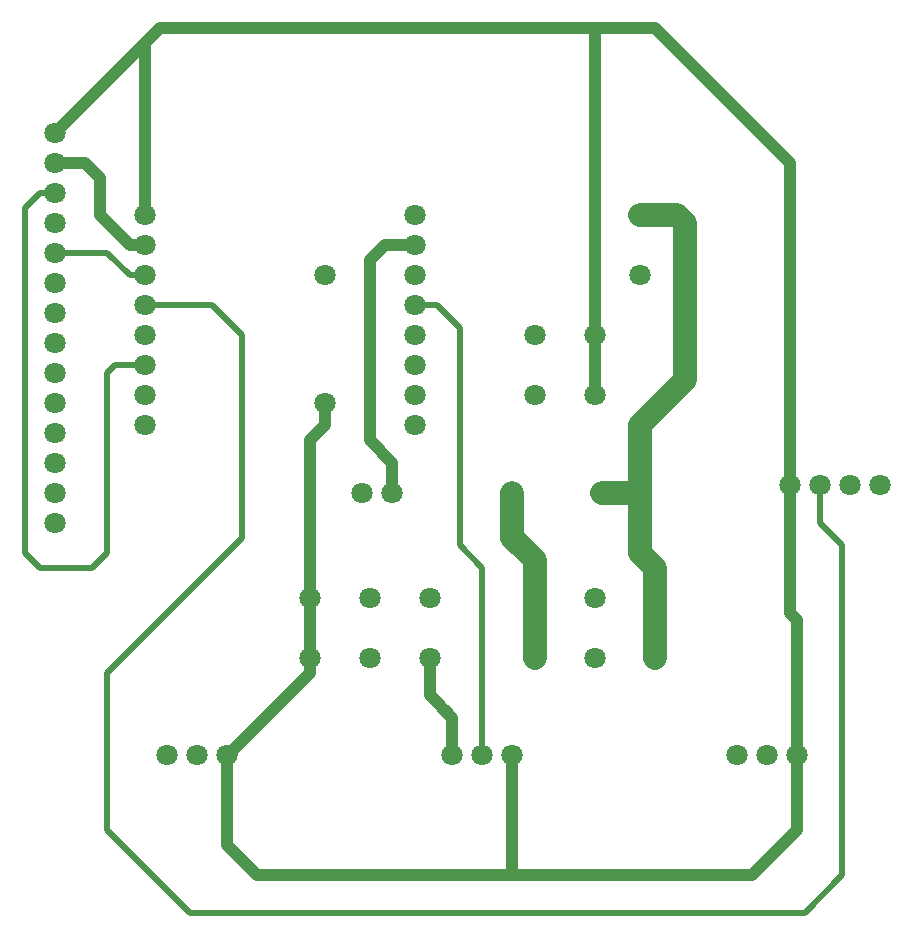
<source format=gbr>
G04 #@! TF.GenerationSoftware,KiCad,Pcbnew,(5.0.1)-3*
G04 #@! TF.CreationDate,2018-12-23T12:58:08+01:00*
G04 #@! TF.ProjectId,THERMOSTAT,544845524D4F535441542E6B69636164,rev?*
G04 #@! TF.SameCoordinates,Original*
G04 #@! TF.FileFunction,Copper,L1,Top,Signal*
G04 #@! TF.FilePolarity,Positive*
%FSLAX46Y46*%
G04 Gerber Fmt 4.6, Leading zero omitted, Abs format (unit mm)*
G04 Created by KiCad (PCBNEW (5.0.1)-3) date 12/23/2018 12:58:08 PM*
%MOMM*%
%LPD*%
G01*
G04 APERTURE LIST*
G04 #@! TA.AperFunction,ComponentPad*
%ADD10C,1.800000*%
G04 #@! TD*
G04 #@! TA.AperFunction,Conductor*
%ADD11C,0.500000*%
G04 #@! TD*
G04 #@! TA.AperFunction,Conductor*
%ADD12C,1.000000*%
G04 #@! TD*
G04 #@! TA.AperFunction,Conductor*
%ADD13C,2.000000*%
G04 #@! TD*
G04 APERTURE END LIST*
D10*
G04 #@! TO.P,5VIN1,1*
G04 #@! TO.N,Net-(5VIN1-Pad1)*
X160020000Y-94615000D03*
X160020000Y-89535000D03*
G04 #@! TO.P,5VIN1,2*
G04 #@! TO.N,Net-(5VIN1-Pad2)*
X154940000Y-94615000D03*
X154940000Y-89535000D03*
G04 #@! TD*
G04 #@! TO.P,ESP1,16*
G04 #@! TO.N,Net-(ESP1-Pad16)*
X144780000Y-79375000D03*
G04 #@! TO.P,ESP1,15*
G04 #@! TO.N,Net-(ESP1-Pad15)*
X144780000Y-81915000D03*
G04 #@! TO.P,ESP1,14*
G04 #@! TO.N,Net-(ESP1-Pad14)*
X144780000Y-84455000D03*
G04 #@! TO.P,ESP1,13*
G04 #@! TO.N,Net-(ESP1-Pad13)*
X144780000Y-86995000D03*
G04 #@! TO.P,ESP1,12*
G04 #@! TO.N,Net-(ESP1-Pad12)*
X144780000Y-89535000D03*
G04 #@! TO.P,ESP1,11*
G04 #@! TO.N,Net-(ESP1-Pad11)*
X144780000Y-92075000D03*
G04 #@! TO.P,ESP1,10*
G04 #@! TO.N,Net-(ESP1-Pad10)*
X144780000Y-94615000D03*
G04 #@! TO.P,ESP1,9*
G04 #@! TO.N,Net-(ESP1-Pad9)*
X144780000Y-97155000D03*
G04 #@! TO.P,ESP1,8*
G04 #@! TO.N,Net-(5VIN1-Pad1)*
X121920000Y-79375000D03*
G04 #@! TO.P,ESP1,7*
G04 #@! TO.N,Net-(5VIN1-Pad2)*
X121920000Y-81915000D03*
G04 #@! TO.P,ESP1,6*
G04 #@! TO.N,Net-(ESP1-Pad6)*
X121920000Y-84455000D03*
G04 #@! TO.P,ESP1,5*
G04 #@! TO.N,Net-(DHT1-Pad2)*
X121920000Y-86995000D03*
G04 #@! TO.P,ESP1,4*
G04 #@! TO.N,Net-(ESP1-Pad4)*
X121920000Y-89535000D03*
G04 #@! TO.P,ESP1,3*
G04 #@! TO.N,Net-(ESP1-Pad3)*
X121920000Y-92075000D03*
G04 #@! TO.P,ESP1,2*
G04 #@! TO.N,Net-(ESP1-Pad2)*
X121920000Y-94615000D03*
G04 #@! TO.P,ESP1,1*
G04 #@! TO.N,Net-(ESP1-Pad1)*
X121920000Y-97155000D03*
G04 #@! TD*
G04 #@! TO.P,TouchMenu1,3*
G04 #@! TO.N,Net-(5VIN1-Pad2)*
X147955000Y-125095000D03*
G04 #@! TO.P,TouchMenu1,2*
G04 #@! TO.N,Net-(ESP1-Pad13)*
X150495000Y-125095000D03*
G04 #@! TO.P,TouchMenu1,1*
G04 #@! TO.N,Net-(5VIN1-Pad1)*
X153035000Y-125095000D03*
G04 #@! TD*
G04 #@! TO.P,DHTEXT1,3*
G04 #@! TO.N,Net-(5VIN1-Pad2)*
X146050000Y-116840000D03*
G04 #@! TO.P,DHTEXT1,2*
G04 #@! TO.N,Net-(DHT1-Pad2)*
X140970000Y-116840000D03*
G04 #@! TO.P,DHTEXT1,1*
G04 #@! TO.N,Net-(5VIN1-Pad1)*
X135890000Y-116840000D03*
G04 #@! TO.P,DHTEXT1,3*
G04 #@! TO.N,Net-(5VIN1-Pad2)*
X146050000Y-111760000D03*
G04 #@! TO.P,DHTEXT1,2*
G04 #@! TO.N,Net-(DHT1-Pad2)*
X140970000Y-111760000D03*
G04 #@! TO.P,DHTEXT1,1*
G04 #@! TO.N,Net-(5VIN1-Pad1)*
X135890000Y-111760000D03*
G04 #@! TD*
G04 #@! TO.P,TERMINAL1,3*
G04 #@! TO.N,Net-(ACDC1-Pad2)*
X165100000Y-116840000D03*
G04 #@! TO.P,TERMINAL1,2*
G04 #@! TO.N,Net-(ACDC1-Pad1)*
X160020000Y-116840000D03*
G04 #@! TO.P,TERMINAL1,1*
G04 #@! TO.N,Net-(OMRON1-Pad2)*
X154940000Y-116840000D03*
G04 #@! TO.P,TERMINAL1,3*
G04 #@! TO.N,Net-(ACDC1-Pad2)*
X165100000Y-111760000D03*
G04 #@! TO.P,TERMINAL1,2*
G04 #@! TO.N,Net-(ACDC1-Pad1)*
X160020000Y-111760000D03*
G04 #@! TO.P,TERMINAL1,1*
G04 #@! TO.N,Net-(OMRON1-Pad2)*
X154940000Y-111760000D03*
G04 #@! TD*
G04 #@! TO.P,ACDC1,3*
G04 #@! TO.N,Net-(5VIN1-Pad2)*
X137160000Y-84455000D03*
G04 #@! TO.P,ACDC1,4*
G04 #@! TO.N,Net-(5VIN1-Pad1)*
X137160000Y-95250000D03*
G04 #@! TO.P,ACDC1,1*
G04 #@! TO.N,Net-(ACDC1-Pad1)*
X163830000Y-84455000D03*
G04 #@! TO.P,ACDC1,2*
G04 #@! TO.N,Net-(ACDC1-Pad2)*
X163830000Y-79375000D03*
G04 #@! TD*
G04 #@! TO.P,TouchUp1,3*
G04 #@! TO.N,Net-(5VIN1-Pad2)*
X172085000Y-125095000D03*
G04 #@! TO.P,TouchUp1,2*
G04 #@! TO.N,Net-(ESP1-Pad4)*
X174625000Y-125095000D03*
G04 #@! TO.P,TouchUp1,1*
G04 #@! TO.N,Net-(5VIN1-Pad1)*
X177165000Y-125095000D03*
G04 #@! TD*
G04 #@! TO.P,DHT1,4*
G04 #@! TO.N,Net-(5VIN1-Pad2)*
X184150000Y-102235000D03*
G04 #@! TO.P,DHT1,3*
G04 #@! TO.N,Net-(DHT1-Pad3)*
X181610000Y-102235000D03*
G04 #@! TO.P,DHT1,2*
G04 #@! TO.N,Net-(DHT1-Pad2)*
X179070000Y-102235000D03*
G04 #@! TO.P,DHT1,1*
G04 #@! TO.N,Net-(5VIN1-Pad1)*
X176530000Y-102235000D03*
G04 #@! TD*
G04 #@! TO.P,TouchDown1,3*
G04 #@! TO.N,Net-(5VIN1-Pad2)*
X123825000Y-125095000D03*
G04 #@! TO.P,TouchDown1,2*
G04 #@! TO.N,Net-(ESP1-Pad11)*
X126365000Y-125095000D03*
G04 #@! TO.P,TouchDown1,1*
G04 #@! TO.N,Net-(5VIN1-Pad1)*
X128905000Y-125095000D03*
G04 #@! TD*
G04 #@! TO.P,TFT1,14*
G04 #@! TO.N,Net-(TFT1-Pad14)*
X114300000Y-105410000D03*
G04 #@! TO.P,TFT1,13*
G04 #@! TO.N,Net-(TFT1-Pad13)*
X114300000Y-102870000D03*
G04 #@! TO.P,TFT1,12*
G04 #@! TO.N,Net-(TFT1-Pad12)*
X114300000Y-100330000D03*
G04 #@! TO.P,TFT1,11*
G04 #@! TO.N,Net-(TFT1-Pad11)*
X114300000Y-97790000D03*
G04 #@! TO.P,TFT1,10*
G04 #@! TO.N,Net-(TFT1-Pad10)*
X114300000Y-95250000D03*
G04 #@! TO.P,TFT1,9*
G04 #@! TO.N,Net-(TFT1-Pad9)*
X114300000Y-92710000D03*
G04 #@! TO.P,TFT1,8*
G04 #@! TO.N,Net-(ESP1-Pad2)*
X114300000Y-90170000D03*
G04 #@! TO.P,TFT1,7*
G04 #@! TO.N,Net-(ESP1-Pad12)*
X114300000Y-87630000D03*
G04 #@! TO.P,TFT1,6*
G04 #@! TO.N,Net-(ESP1-Pad14)*
X114300000Y-85090000D03*
G04 #@! TO.P,TFT1,5*
G04 #@! TO.N,Net-(ESP1-Pad6)*
X114300000Y-82550000D03*
G04 #@! TO.P,TFT1,4*
G04 #@! TO.N,Net-(ESP1-Pad9)*
X114300000Y-80010000D03*
G04 #@! TO.P,TFT1,3*
G04 #@! TO.N,Net-(ESP1-Pad3)*
X114300000Y-77470000D03*
G04 #@! TO.P,TFT1,2*
G04 #@! TO.N,Net-(5VIN1-Pad2)*
X114300000Y-74930000D03*
G04 #@! TO.P,TFT1,1*
G04 #@! TO.N,Net-(5VIN1-Pad1)*
X114300000Y-72390000D03*
G04 #@! TD*
G04 #@! TO.P,OMRON1,4*
G04 #@! TO.N,Net-(5VIN1-Pad2)*
X140335000Y-102870000D03*
G04 #@! TO.P,OMRON1,3*
G04 #@! TO.N,Net-(ESP1-Pad15)*
X142875000Y-102870000D03*
G04 #@! TO.P,OMRON1,2*
G04 #@! TO.N,Net-(OMRON1-Pad2)*
X153035000Y-102870000D03*
G04 #@! TO.P,OMRON1,1*
G04 #@! TO.N,Net-(ACDC1-Pad2)*
X160655000Y-102870000D03*
G04 #@! TD*
D11*
G04 #@! TO.N,Net-(ESP1-Pad3)*
X113027208Y-77470000D02*
X111760000Y-78737208D01*
X114300000Y-77470000D02*
X113027208Y-77470000D01*
X121920000Y-92075000D02*
X119380000Y-92075000D01*
X119380000Y-92075000D02*
X118745000Y-92710000D01*
X118745000Y-92710000D02*
X118745000Y-107950000D01*
X117475000Y-109220000D02*
X118745000Y-107950000D01*
X111760000Y-78737208D02*
X111760000Y-107950000D01*
X117475000Y-109220000D02*
X113030000Y-109220000D01*
X111760000Y-107950000D02*
X113030000Y-109220000D01*
G04 #@! TO.N,Net-(DHT1-Pad2)*
X179070000Y-102235000D02*
X179070000Y-105410000D01*
X179070000Y-105410000D02*
X180975000Y-107315000D01*
X180975000Y-135255000D02*
X177800000Y-138430000D01*
X180975000Y-107315000D02*
X180975000Y-135255000D01*
X118745000Y-118110000D02*
X118745000Y-120650000D01*
X118745000Y-131445000D02*
X125730000Y-138430000D01*
X177800000Y-138430000D02*
X125730000Y-138430000D01*
X118745000Y-131445000D02*
X118745000Y-120650000D01*
X130175000Y-89535000D02*
X130175000Y-106680000D01*
X127635000Y-86995000D02*
X130175000Y-89535000D01*
X121920000Y-86995000D02*
X127635000Y-86995000D01*
X130175000Y-106680000D02*
X118745000Y-118110000D01*
G04 #@! TO.N,Net-(ESP1-Pad6)*
X114300000Y-82550000D02*
X118745000Y-82550000D01*
X118745000Y-82550000D02*
X120650000Y-84455000D01*
X120650000Y-84455000D02*
X121920000Y-84455000D01*
G04 #@! TO.N,Net-(ESP1-Pad13)*
X150495000Y-125095000D02*
X150495000Y-109220000D01*
X150495000Y-109220000D02*
X148590000Y-107315000D01*
X148590000Y-107315000D02*
X148590000Y-88900000D01*
X146685000Y-86995000D02*
X144780000Y-86995000D01*
X148590000Y-88900000D02*
X146685000Y-86995000D01*
D12*
G04 #@! TO.N,Net-(ESP1-Pad15)*
X142240000Y-81915000D02*
X144780000Y-81915000D01*
X140970000Y-83185000D02*
X142240000Y-81915000D01*
X140970000Y-98425000D02*
X140970000Y-83185000D01*
X142875000Y-102870000D02*
X142875000Y-100330000D01*
X142875000Y-100330000D02*
X140970000Y-98425000D01*
G04 #@! TO.N,Net-(5VIN1-Pad1)*
X176530000Y-102235000D02*
X176530000Y-113030000D01*
X177165000Y-113665000D02*
X177165000Y-125095000D01*
X176530000Y-113030000D02*
X177165000Y-113665000D01*
X177165000Y-125095000D02*
X177165000Y-131445000D01*
X177165000Y-131445000D02*
X173355000Y-135255000D01*
X131445000Y-135255000D02*
X128905000Y-132715000D01*
X128905000Y-132715000D02*
X128905000Y-125095000D01*
X123190000Y-63500000D02*
X130175000Y-63500000D01*
X153035000Y-125095000D02*
X153035000Y-135255000D01*
X173355000Y-135255000D02*
X153035000Y-135255000D01*
X153035000Y-135255000D02*
X131445000Y-135255000D01*
X176530000Y-74930000D02*
X165100000Y-63500000D01*
X176530000Y-74930000D02*
X176530000Y-102235000D01*
X128905000Y-125095000D02*
X129804999Y-124195001D01*
X137160000Y-95250000D02*
X137160000Y-97155000D01*
X130175000Y-63500000D02*
X146050000Y-63500000D01*
X146050000Y-63500000D02*
X147320000Y-63500000D01*
X121920000Y-79375000D02*
X121920000Y-64770000D01*
X114300000Y-72390000D02*
X121920000Y-64770000D01*
X121920000Y-64770000D02*
X123190000Y-63500000D01*
X160020000Y-94615000D02*
X160020000Y-89535000D01*
X160020000Y-89535000D02*
X160020000Y-63500000D01*
X147320000Y-63500000D02*
X160020000Y-63500000D01*
X160020000Y-63500000D02*
X165100000Y-63500000D01*
X135890000Y-118110000D02*
X135890000Y-111760000D01*
X129804999Y-124195001D02*
X135890000Y-118110000D01*
X135890000Y-98425000D02*
X137160000Y-97155000D01*
X135890000Y-111760000D02*
X135890000Y-98425000D01*
G04 #@! TO.N,Net-(5VIN1-Pad2)*
X147955000Y-125095000D02*
X147955000Y-121920000D01*
X147955000Y-121920000D02*
X147320000Y-121285000D01*
X114300000Y-74930000D02*
X116840000Y-74930000D01*
X116840000Y-74930000D02*
X118110000Y-76200000D01*
X121920000Y-81915000D02*
X120650000Y-81915000D01*
X120650000Y-81915000D02*
X118110000Y-79375000D01*
X118110000Y-76200000D02*
X118110000Y-79375000D01*
X146050000Y-120015000D02*
X147955000Y-121920000D01*
X146050000Y-116840000D02*
X146050000Y-120015000D01*
D13*
G04 #@! TO.N,Net-(ACDC1-Pad2)*
X163830000Y-97155000D02*
X167640000Y-93345000D01*
X167640000Y-93345000D02*
X167640000Y-80010000D01*
X167005000Y-79375000D02*
X163830000Y-79375000D01*
X167640000Y-80010000D02*
X167005000Y-79375000D01*
X160655000Y-102870000D02*
X163830000Y-102870000D01*
X163830000Y-102870000D02*
X163830000Y-97155000D01*
X165100000Y-116840000D02*
X165100000Y-111760000D01*
X165100000Y-111760000D02*
X165100000Y-109220000D01*
X165100000Y-109220000D02*
X163830000Y-107950000D01*
X163830000Y-107950000D02*
X163830000Y-104775000D01*
X163830000Y-106045000D02*
X163830000Y-104775000D01*
X163830000Y-104775000D02*
X163830000Y-102870000D01*
G04 #@! TO.N,Net-(OMRON1-Pad2)*
X153035000Y-106680000D02*
X153035000Y-102870000D01*
X153670000Y-107315000D02*
X153035000Y-106680000D01*
X154940000Y-116840000D02*
X154940000Y-114300000D01*
X154940000Y-114300000D02*
X154940000Y-111760000D01*
X154940000Y-108585000D02*
X153670000Y-107315000D01*
X154940000Y-111760000D02*
X154940000Y-108585000D01*
G04 #@! TD*
M02*

</source>
